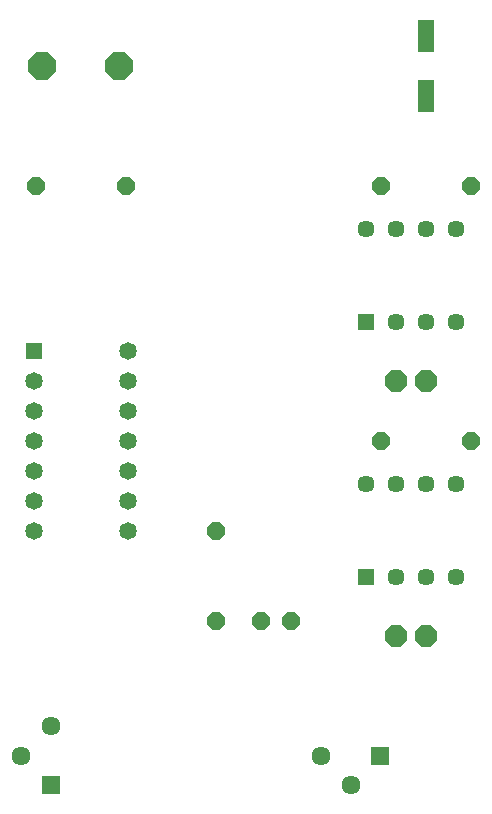
<source format=gts>
G04 EAGLE Gerber RS-274X export*
G75*
%MOMM*%
%FSLAX34Y34*%
%LPD*%
%INSoldermask Top*%
%IPPOS*%
%AMOC8*
5,1,8,0,0,1.08239X$1,22.5*%
G01*
%ADD10P,1.951982X8X22.500000*%
%ADD11P,1.649562X8X202.500000*%
%ADD12P,1.649562X8X112.500000*%
%ADD13P,1.649562X8X22.500000*%
%ADD14R,1.611200X1.611200*%
%ADD15C,1.611200*%
%ADD16R,1.481200X1.481200*%
%ADD17C,1.481200*%
%ADD18R,1.451200X1.451200*%
%ADD19C,1.451200*%
%ADD20R,1.473200X2.743200*%
%ADD21P,2.556822X8X22.500000*%


D10*
X368300Y177800D03*
X393700Y177800D03*
X368300Y393700D03*
X393700Y393700D03*
D11*
X279400Y190500D03*
X254000Y190500D03*
D12*
X215900Y190500D03*
X215900Y266700D03*
D13*
X355600Y342900D03*
X431800Y342900D03*
D11*
X431800Y558800D03*
X355600Y558800D03*
X139700Y558800D03*
X63500Y558800D03*
D14*
X76200Y51200D03*
D15*
X51200Y76200D03*
X76200Y101200D03*
D14*
X355200Y76200D03*
D15*
X330200Y51200D03*
X305200Y76200D03*
D16*
X61900Y419100D03*
D17*
X61900Y393700D03*
X61900Y368300D03*
X61900Y342900D03*
X61900Y317500D03*
X61900Y292100D03*
X61900Y266700D03*
X141300Y266700D03*
X141300Y292100D03*
X141300Y317500D03*
X141300Y342900D03*
X141300Y368300D03*
X141300Y393700D03*
X141300Y419100D03*
D18*
X342900Y442900D03*
D19*
X368300Y442900D03*
X393700Y442900D03*
X419100Y442900D03*
X419100Y522300D03*
X393700Y522300D03*
X368300Y522300D03*
X342900Y522300D03*
D18*
X342900Y227000D03*
D19*
X368300Y227000D03*
X393700Y227000D03*
X419100Y227000D03*
X419100Y306400D03*
X393700Y306400D03*
X368300Y306400D03*
X342900Y306400D03*
D20*
X393700Y635000D03*
X393700Y685800D03*
D21*
X69088Y660400D03*
X134112Y660400D03*
M02*

</source>
